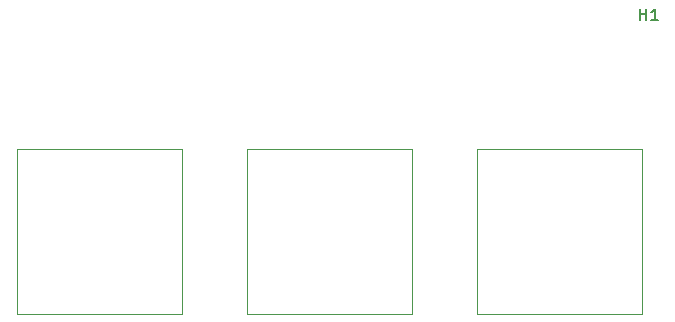
<source format=gbr>
%TF.GenerationSoftware,KiCad,Pcbnew,(7.0.0-0)*%
%TF.CreationDate,2023-03-07T20:42:41-06:00*%
%TF.ProjectId,RP2040_minimal,52503230-3430-45f6-9d69-6e696d616c2e,REV1*%
%TF.SameCoordinates,Original*%
%TF.FileFunction,Legend,Top*%
%TF.FilePolarity,Positive*%
%FSLAX46Y46*%
G04 Gerber Fmt 4.6, Leading zero omitted, Abs format (unit mm)*
G04 Created by KiCad (PCBNEW (7.0.0-0)) date 2023-03-07 20:42:41*
%MOMM*%
%LPD*%
G01*
G04 APERTURE LIST*
%ADD10C,0.150000*%
%ADD11C,0.120000*%
%ADD12O,0.402000X12.902000*%
%ADD13O,1.352000X0.402000*%
%ADD14O,0.402000X1.152000*%
%ADD15O,16.483250X0.402000*%
%ADD16C,2.402000*%
%ADD17C,1.802000*%
%ADD18C,3.302000*%
G04 APERTURE END LIST*
D10*
%TO.C,H1*%
X26238095Y17832620D02*
X26238095Y18832620D01*
X26238095Y18356429D02*
X26809523Y18356429D01*
X26809523Y17832620D02*
X26809523Y18832620D01*
X27809523Y17832620D02*
X27238095Y17832620D01*
X27523809Y17832620D02*
X27523809Y18832620D01*
X27523809Y18832620D02*
X27428571Y18689762D01*
X27428571Y18689762D02*
X27333333Y18594524D01*
X27333333Y18594524D02*
X27238095Y18546905D01*
D11*
%TO.C,REF\u002A\u002A*%
X6985000Y-6985000D02*
X-6985000Y-6985000D01*
X6985000Y6985000D02*
X6985000Y-6985000D01*
X-6985000Y-6985000D02*
X-6985000Y6985000D01*
X-6985000Y6985000D02*
X6985000Y6985000D01*
X26485000Y-6985000D02*
X12515000Y-6985000D01*
X26485000Y6985000D02*
X26485000Y-6985000D01*
X12515000Y-6985000D02*
X12515000Y6985000D01*
X12515000Y6985000D02*
X26485000Y6985000D01*
X-26485000Y6985000D02*
X-12515000Y6985000D01*
X-26485000Y-6985000D02*
X-26485000Y6985000D01*
X-12515000Y6985000D02*
X-12515000Y-6985000D01*
X-12515000Y-6985000D02*
X-26485000Y-6985000D01*
%TD*%
%LPC*%
D12*
%TO.C,REF\u002A\u002A*%
X-10180624Y22209999D03*
D13*
X-9705624Y28459999D03*
X-9705624Y15959999D03*
D14*
X-9230624Y28834999D03*
X-9230624Y15584999D03*
D15*
X-1189999Y29209999D03*
X-1189999Y15209999D03*
D14*
X6850624Y28834999D03*
X6850624Y15584999D03*
D13*
X7325624Y28459999D03*
X7325624Y15959999D03*
D12*
X7800624Y22209999D03*
%TD*%
D16*
%TO.C,REF\u002A\u002A*%
X10000000Y-20000000D03*
%TD*%
%TO.C,REF\u002A\u002A*%
X-10000000Y-20000000D03*
%TD*%
D17*
%TO.C,REF\u002A\u002A*%
X5080000Y0D03*
X-5080000Y0D03*
%TD*%
%TO.C,REF\u002A\u002A*%
X24580000Y0D03*
X14420000Y0D03*
%TD*%
%TO.C,REF\u002A\u002A*%
X-24580000Y0D03*
X-14420000Y0D03*
%TD*%
D18*
%TO.C,H3*%
X0Y-29000000D03*
%TD*%
%TO.C,H2*%
X-27000000Y14000000D03*
%TD*%
%TO.C,H1*%
X27000000Y14000000D03*
%TD*%
M02*

</source>
